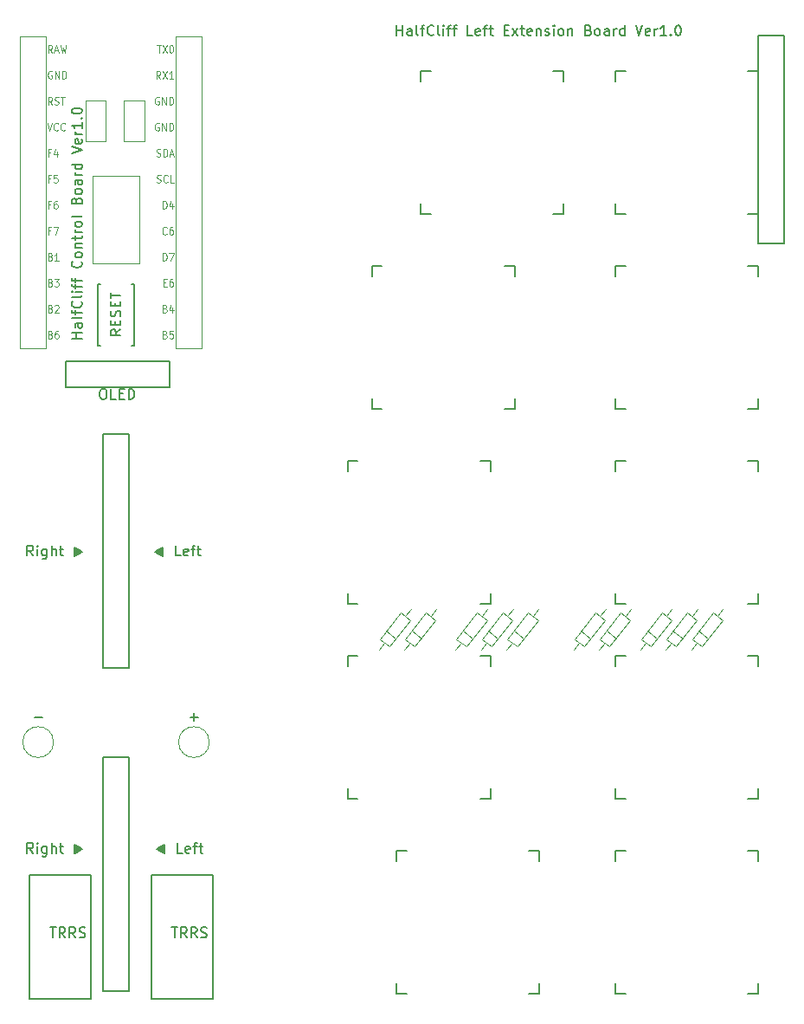
<source format=gto>
G04 #@! TF.GenerationSoftware,KiCad,Pcbnew,(5.1.9)-1*
G04 #@! TF.CreationDate,2021-04-15T23:23:49+09:00*
G04 #@! TF.ProjectId,ProMicro__________,50726f4d-6963-4726-9ffa-7f5fe6e135fa,rev?*
G04 #@! TF.SameCoordinates,Original*
G04 #@! TF.FileFunction,Legend,Top*
G04 #@! TF.FilePolarity,Positive*
%FSLAX46Y46*%
G04 Gerber Fmt 4.6, Leading zero omitted, Abs format (unit mm)*
G04 Created by KiCad (PCBNEW (5.1.9)-1) date 2021-04-15 23:23:49*
%MOMM*%
%LPD*%
G01*
G04 APERTURE LIST*
%ADD10C,0.120000*%
%ADD11C,0.150000*%
%ADD12C,0.125000*%
%ADD13C,1.700000*%
%ADD14C,1.900000*%
%ADD15C,4.000000*%
G04 APERTURE END LIST*
D10*
X19870000Y25095000D02*
G75*
G03*
X19870000Y25095000I-1500000J0D01*
G01*
D11*
X17989047Y27523571D02*
X18750952Y27523571D01*
X18370000Y27142619D02*
X18370000Y27904523D01*
X2749047Y27523571D02*
X3510952Y27523571D01*
D10*
X4630000Y25095000D02*
G75*
G03*
X4630000Y25095000I-1500000J0D01*
G01*
D11*
X2630952Y14247619D02*
X2297619Y14723809D01*
X2059523Y14247619D02*
X2059523Y15247619D01*
X2440476Y15247619D01*
X2535714Y15200000D01*
X2583333Y15152380D01*
X2630952Y15057142D01*
X2630952Y14914285D01*
X2583333Y14819047D01*
X2535714Y14771428D01*
X2440476Y14723809D01*
X2059523Y14723809D01*
X3059523Y14247619D02*
X3059523Y14914285D01*
X3059523Y15247619D02*
X3011904Y15200000D01*
X3059523Y15152380D01*
X3107142Y15200000D01*
X3059523Y15247619D01*
X3059523Y15152380D01*
X3964285Y14914285D02*
X3964285Y14104761D01*
X3916666Y14009523D01*
X3869047Y13961904D01*
X3773809Y13914285D01*
X3630952Y13914285D01*
X3535714Y13961904D01*
X3964285Y14295238D02*
X3869047Y14247619D01*
X3678571Y14247619D01*
X3583333Y14295238D01*
X3535714Y14342857D01*
X3488095Y14438095D01*
X3488095Y14723809D01*
X3535714Y14819047D01*
X3583333Y14866666D01*
X3678571Y14914285D01*
X3869047Y14914285D01*
X3964285Y14866666D01*
X4440476Y14247619D02*
X4440476Y15247619D01*
X4869047Y14247619D02*
X4869047Y14771428D01*
X4821428Y14866666D01*
X4726190Y14914285D01*
X4583333Y14914285D01*
X4488095Y14866666D01*
X4440476Y14819047D01*
X5202380Y14914285D02*
X5583333Y14914285D01*
X5345238Y15247619D02*
X5345238Y14390476D01*
X5392857Y14295238D01*
X5488095Y14247619D01*
X5583333Y14247619D01*
X6726190Y15009523D02*
X6726190Y14247619D01*
X6773809Y14961904D02*
X6773809Y14295238D01*
X6821428Y14961904D02*
X6821428Y14295238D01*
X6869047Y14914285D02*
X6869047Y14342857D01*
X6916666Y14914285D02*
X6916666Y14342857D01*
X6964285Y14866666D02*
X6964285Y14390476D01*
X7011904Y14866666D02*
X7011904Y14390476D01*
X7059523Y14819047D02*
X7059523Y14438095D01*
X7107142Y14771428D02*
X7107142Y14485714D01*
X7154761Y14771428D02*
X7154761Y14485714D01*
X7202380Y14723809D02*
X7202380Y14533333D01*
X7250000Y14723809D02*
X7250000Y14533333D01*
X7297619Y14628571D02*
X7345238Y14628571D01*
X7297619Y14676190D02*
X7297619Y14580952D01*
X6678571Y15009523D02*
X7392857Y14628571D01*
X6678571Y14247619D01*
X7440476Y14628571D02*
X6678571Y14200000D01*
X6678571Y15057142D01*
X7440476Y14628571D01*
X15477619Y14247619D02*
X15477619Y15009523D01*
X15430000Y14295238D02*
X15430000Y14961904D01*
X15382380Y14295238D02*
X15382380Y14961904D01*
X15334761Y14342857D02*
X15334761Y14914285D01*
X15287142Y14342857D02*
X15287142Y14914285D01*
X15239523Y14390476D02*
X15239523Y14866666D01*
X15191904Y14390476D02*
X15191904Y14866666D01*
X15144285Y14438095D02*
X15144285Y14819047D01*
X15096666Y14485714D02*
X15096666Y14771428D01*
X15049047Y14485714D02*
X15049047Y14771428D01*
X15001428Y14533333D02*
X15001428Y14723809D01*
X14953809Y14533333D02*
X14953809Y14723809D01*
X14906190Y14628571D02*
X14858571Y14628571D01*
X14906190Y14580952D02*
X14906190Y14676190D01*
X15525238Y14247619D02*
X14810952Y14628571D01*
X15525238Y15009523D01*
X14763333Y14628571D02*
X15525238Y15057142D01*
X15525238Y14200000D01*
X14763333Y14628571D01*
X17239523Y14247619D02*
X16763333Y14247619D01*
X16763333Y15247619D01*
X17953809Y14295238D02*
X17858571Y14247619D01*
X17668095Y14247619D01*
X17572857Y14295238D01*
X17525238Y14390476D01*
X17525238Y14771428D01*
X17572857Y14866666D01*
X17668095Y14914285D01*
X17858571Y14914285D01*
X17953809Y14866666D01*
X18001428Y14771428D01*
X18001428Y14676190D01*
X17525238Y14580952D01*
X18287142Y14914285D02*
X18668095Y14914285D01*
X18430000Y14247619D02*
X18430000Y15104761D01*
X18477619Y15200000D01*
X18572857Y15247619D01*
X18668095Y15247619D01*
X18858571Y14914285D02*
X19239523Y14914285D01*
X19001428Y15247619D02*
X19001428Y14390476D01*
X19049047Y14295238D01*
X19144285Y14247619D01*
X19239523Y14247619D01*
X15297619Y43307619D02*
X15297619Y44069523D01*
X15250000Y43355238D02*
X15250000Y44021904D01*
X15202380Y43355238D02*
X15202380Y44021904D01*
X15154761Y43402857D02*
X15154761Y43974285D01*
X15107142Y43402857D02*
X15107142Y43974285D01*
X15059523Y43450476D02*
X15059523Y43926666D01*
X15011904Y43450476D02*
X15011904Y43926666D01*
X14964285Y43498095D02*
X14964285Y43879047D01*
X14916666Y43545714D02*
X14916666Y43831428D01*
X14869047Y43545714D02*
X14869047Y43831428D01*
X14821428Y43593333D02*
X14821428Y43783809D01*
X14773809Y43593333D02*
X14773809Y43783809D01*
X14726190Y43688571D02*
X14678571Y43688571D01*
X14726190Y43640952D02*
X14726190Y43736190D01*
X15345238Y43307619D02*
X14630952Y43688571D01*
X15345238Y44069523D01*
X14583333Y43688571D02*
X15345238Y44117142D01*
X15345238Y43260000D01*
X14583333Y43688571D01*
X17059523Y43307619D02*
X16583333Y43307619D01*
X16583333Y44307619D01*
X17773809Y43355238D02*
X17678571Y43307619D01*
X17488095Y43307619D01*
X17392857Y43355238D01*
X17345238Y43450476D01*
X17345238Y43831428D01*
X17392857Y43926666D01*
X17488095Y43974285D01*
X17678571Y43974285D01*
X17773809Y43926666D01*
X17821428Y43831428D01*
X17821428Y43736190D01*
X17345238Y43640952D01*
X18107142Y43974285D02*
X18488095Y43974285D01*
X18250000Y43307619D02*
X18250000Y44164761D01*
X18297619Y44260000D01*
X18392857Y44307619D01*
X18488095Y44307619D01*
X18678571Y43974285D02*
X19059523Y43974285D01*
X18821428Y44307619D02*
X18821428Y43450476D01*
X18869047Y43355238D01*
X18964285Y43307619D01*
X19059523Y43307619D01*
X2630952Y43307619D02*
X2297619Y43783809D01*
X2059523Y43307619D02*
X2059523Y44307619D01*
X2440476Y44307619D01*
X2535714Y44260000D01*
X2583333Y44212380D01*
X2630952Y44117142D01*
X2630952Y43974285D01*
X2583333Y43879047D01*
X2535714Y43831428D01*
X2440476Y43783809D01*
X2059523Y43783809D01*
X3059523Y43307619D02*
X3059523Y43974285D01*
X3059523Y44307619D02*
X3011904Y44260000D01*
X3059523Y44212380D01*
X3107142Y44260000D01*
X3059523Y44307619D01*
X3059523Y44212380D01*
X3964285Y43974285D02*
X3964285Y43164761D01*
X3916666Y43069523D01*
X3869047Y43021904D01*
X3773809Y42974285D01*
X3630952Y42974285D01*
X3535714Y43021904D01*
X3964285Y43355238D02*
X3869047Y43307619D01*
X3678571Y43307619D01*
X3583333Y43355238D01*
X3535714Y43402857D01*
X3488095Y43498095D01*
X3488095Y43783809D01*
X3535714Y43879047D01*
X3583333Y43926666D01*
X3678571Y43974285D01*
X3869047Y43974285D01*
X3964285Y43926666D01*
X4440476Y43307619D02*
X4440476Y44307619D01*
X4869047Y43307619D02*
X4869047Y43831428D01*
X4821428Y43926666D01*
X4726190Y43974285D01*
X4583333Y43974285D01*
X4488095Y43926666D01*
X4440476Y43879047D01*
X5202380Y43974285D02*
X5583333Y43974285D01*
X5345238Y44307619D02*
X5345238Y43450476D01*
X5392857Y43355238D01*
X5488095Y43307619D01*
X5583333Y43307619D01*
X6726190Y44069523D02*
X6726190Y43307619D01*
X6773809Y44021904D02*
X6773809Y43355238D01*
X6821428Y44021904D02*
X6821428Y43355238D01*
X6869047Y43974285D02*
X6869047Y43402857D01*
X6916666Y43974285D02*
X6916666Y43402857D01*
X6964285Y43926666D02*
X6964285Y43450476D01*
X7011904Y43926666D02*
X7011904Y43450476D01*
X7059523Y43879047D02*
X7059523Y43498095D01*
X7107142Y43831428D02*
X7107142Y43545714D01*
X7154761Y43831428D02*
X7154761Y43545714D01*
X7202380Y43783809D02*
X7202380Y43593333D01*
X7250000Y43783809D02*
X7250000Y43593333D01*
X7297619Y43688571D02*
X7345238Y43688571D01*
X7297619Y43736190D02*
X7297619Y43640952D01*
X6678571Y44069523D02*
X7392857Y43688571D01*
X6678571Y43307619D01*
X7440476Y43688571D02*
X6678571Y43260000D01*
X6678571Y44117142D01*
X7440476Y43688571D01*
X7412380Y64551904D02*
X6412380Y64551904D01*
X6888571Y64551904D02*
X6888571Y65123333D01*
X7412380Y65123333D02*
X6412380Y65123333D01*
X7412380Y66028095D02*
X6888571Y66028095D01*
X6793333Y65980476D01*
X6745714Y65885238D01*
X6745714Y65694761D01*
X6793333Y65599523D01*
X7364761Y66028095D02*
X7412380Y65932857D01*
X7412380Y65694761D01*
X7364761Y65599523D01*
X7269523Y65551904D01*
X7174285Y65551904D01*
X7079047Y65599523D01*
X7031428Y65694761D01*
X7031428Y65932857D01*
X6983809Y66028095D01*
X7412380Y66647142D02*
X7364761Y66551904D01*
X7269523Y66504285D01*
X6412380Y66504285D01*
X6745714Y66885238D02*
X6745714Y67266190D01*
X7412380Y67028095D02*
X6555238Y67028095D01*
X6459999Y67075714D01*
X6412380Y67170952D01*
X6412380Y67266190D01*
X7317142Y68170952D02*
X7364761Y68123333D01*
X7412380Y67980476D01*
X7412380Y67885238D01*
X7364761Y67742380D01*
X7269523Y67647142D01*
X7174285Y67599523D01*
X6983809Y67551904D01*
X6840952Y67551904D01*
X6650476Y67599523D01*
X6555238Y67647142D01*
X6460000Y67742380D01*
X6412380Y67885238D01*
X6412380Y67980476D01*
X6460000Y68123333D01*
X6507619Y68170952D01*
X7412380Y68742380D02*
X7364761Y68647142D01*
X7269523Y68599523D01*
X6412380Y68599523D01*
X7412380Y69123333D02*
X6745714Y69123333D01*
X6412380Y69123333D02*
X6460000Y69075714D01*
X6507619Y69123333D01*
X6460000Y69170952D01*
X6412380Y69123333D01*
X6507619Y69123333D01*
X6745714Y69456666D02*
X6745714Y69837619D01*
X7412380Y69599523D02*
X6555238Y69599523D01*
X6460000Y69647142D01*
X6412380Y69742380D01*
X6412380Y69837619D01*
X6745714Y70028095D02*
X6745714Y70409047D01*
X7412380Y70170952D02*
X6555238Y70170952D01*
X6460000Y70218571D01*
X6412380Y70313809D01*
X6412380Y70409047D01*
X7317142Y72075714D02*
X7364761Y72028095D01*
X7412380Y71885238D01*
X7412380Y71790000D01*
X7364761Y71647142D01*
X7269523Y71551904D01*
X7174285Y71504285D01*
X6983809Y71456666D01*
X6840952Y71456666D01*
X6650476Y71504285D01*
X6555238Y71551904D01*
X6460000Y71647142D01*
X6412380Y71790000D01*
X6412380Y71885238D01*
X6460000Y72028095D01*
X6507619Y72075714D01*
X7412380Y72647142D02*
X7364761Y72551904D01*
X7317142Y72504285D01*
X7221904Y72456666D01*
X6936190Y72456666D01*
X6840952Y72504285D01*
X6793333Y72551904D01*
X6745714Y72647142D01*
X6745714Y72790000D01*
X6793333Y72885238D01*
X6840952Y72932857D01*
X6936190Y72980476D01*
X7221904Y72980476D01*
X7317142Y72932857D01*
X7364761Y72885238D01*
X7412380Y72790000D01*
X7412380Y72647142D01*
X6745714Y73409047D02*
X7412380Y73409047D01*
X6840952Y73409047D02*
X6793333Y73456666D01*
X6745714Y73551904D01*
X6745714Y73694761D01*
X6793333Y73790000D01*
X6888571Y73837619D01*
X7412380Y73837619D01*
X6745714Y74170952D02*
X6745714Y74551904D01*
X6412380Y74313809D02*
X7269523Y74313809D01*
X7364761Y74361428D01*
X7412380Y74456666D01*
X7412380Y74551904D01*
X7412380Y74885238D02*
X6745714Y74885238D01*
X6936190Y74885238D02*
X6840952Y74932857D01*
X6793333Y74980476D01*
X6745714Y75075714D01*
X6745714Y75170952D01*
X7412380Y75647142D02*
X7364761Y75551904D01*
X7317142Y75504285D01*
X7221904Y75456666D01*
X6936190Y75456666D01*
X6840952Y75504285D01*
X6793333Y75551904D01*
X6745714Y75647142D01*
X6745714Y75790000D01*
X6793333Y75885238D01*
X6840952Y75932857D01*
X6936190Y75980476D01*
X7221904Y75980476D01*
X7317142Y75932857D01*
X7364761Y75885238D01*
X7412380Y75790000D01*
X7412380Y75647142D01*
X7412380Y76551904D02*
X7364761Y76456666D01*
X7269523Y76409047D01*
X6412380Y76409047D01*
X6888571Y78028095D02*
X6936190Y78170952D01*
X6983809Y78218571D01*
X7079047Y78266190D01*
X7221904Y78266190D01*
X7317142Y78218571D01*
X7364761Y78170952D01*
X7412380Y78075714D01*
X7412380Y77694761D01*
X6412380Y77694761D01*
X6412380Y78028095D01*
X6460000Y78123333D01*
X6507619Y78170952D01*
X6602857Y78218571D01*
X6698095Y78218571D01*
X6793333Y78170952D01*
X6840952Y78123333D01*
X6888571Y78028095D01*
X6888571Y77694761D01*
X7412380Y78837619D02*
X7364761Y78742380D01*
X7317142Y78694761D01*
X7221904Y78647142D01*
X6936190Y78647142D01*
X6840952Y78694761D01*
X6793333Y78742380D01*
X6745714Y78837619D01*
X6745714Y78980476D01*
X6793333Y79075714D01*
X6840952Y79123333D01*
X6936190Y79170952D01*
X7221904Y79170952D01*
X7317142Y79123333D01*
X7364761Y79075714D01*
X7412380Y78980476D01*
X7412380Y78837619D01*
X7412380Y80028095D02*
X6888571Y80028095D01*
X6793333Y79980476D01*
X6745714Y79885238D01*
X6745714Y79694761D01*
X6793333Y79599523D01*
X7364761Y80028095D02*
X7412380Y79932857D01*
X7412380Y79694761D01*
X7364761Y79599523D01*
X7269523Y79551904D01*
X7174285Y79551904D01*
X7079047Y79599523D01*
X7031428Y79694761D01*
X7031428Y79932857D01*
X6983809Y80028095D01*
X7412380Y80504285D02*
X6745714Y80504285D01*
X6936190Y80504285D02*
X6840952Y80551904D01*
X6793333Y80599523D01*
X6745714Y80694761D01*
X6745714Y80790000D01*
X7412380Y81551904D02*
X6412380Y81551904D01*
X7364761Y81551904D02*
X7412380Y81456666D01*
X7412380Y81266190D01*
X7364761Y81170952D01*
X7317142Y81123333D01*
X7221904Y81075714D01*
X6936190Y81075714D01*
X6840952Y81123333D01*
X6793333Y81170952D01*
X6745714Y81266190D01*
X6745714Y81456666D01*
X6793333Y81551904D01*
X6412380Y82647142D02*
X7412380Y82980476D01*
X6412380Y83313809D01*
X7364761Y84028095D02*
X7412380Y83932857D01*
X7412380Y83742380D01*
X7364761Y83647142D01*
X7269523Y83599523D01*
X6888571Y83599523D01*
X6793333Y83647142D01*
X6745714Y83742380D01*
X6745714Y83932857D01*
X6793333Y84028095D01*
X6888571Y84075714D01*
X6983809Y84075714D01*
X7079047Y83599523D01*
X7412380Y84504285D02*
X6745714Y84504285D01*
X6936190Y84504285D02*
X6840952Y84551904D01*
X6793333Y84599523D01*
X6745714Y84694761D01*
X6745714Y84790000D01*
X7412380Y85647142D02*
X7412380Y85075714D01*
X7412380Y85361428D02*
X6412380Y85361428D01*
X6555238Y85266190D01*
X6650476Y85170952D01*
X6698095Y85075714D01*
X7317142Y86075714D02*
X7364761Y86123333D01*
X7412380Y86075714D01*
X7364761Y86028095D01*
X7317142Y86075714D01*
X7412380Y86075714D01*
X6412380Y86742380D02*
X6412380Y86837619D01*
X6460000Y86932857D01*
X6507619Y86980476D01*
X6602857Y87028095D01*
X6793333Y87075714D01*
X7031428Y87075714D01*
X7221904Y87028095D01*
X7317142Y86980476D01*
X7364761Y86932857D01*
X7412380Y86837619D01*
X7412380Y86742380D01*
X7364761Y86647142D01*
X7317142Y86599523D01*
X7221904Y86551904D01*
X7031428Y86504285D01*
X6793333Y86504285D01*
X6602857Y86551904D01*
X6507619Y86599523D01*
X6460000Y86647142D01*
X6412380Y86742380D01*
X38206547Y94147619D02*
X38206547Y95147619D01*
X38206547Y94671428D02*
X38777976Y94671428D01*
X38777976Y94147619D02*
X38777976Y95147619D01*
X39682738Y94147619D02*
X39682738Y94671428D01*
X39635119Y94766666D01*
X39539880Y94814285D01*
X39349404Y94814285D01*
X39254166Y94766666D01*
X39682738Y94195238D02*
X39587500Y94147619D01*
X39349404Y94147619D01*
X39254166Y94195238D01*
X39206547Y94290476D01*
X39206547Y94385714D01*
X39254166Y94480952D01*
X39349404Y94528571D01*
X39587500Y94528571D01*
X39682738Y94576190D01*
X40301785Y94147619D02*
X40206547Y94195238D01*
X40158928Y94290476D01*
X40158928Y95147619D01*
X40539880Y94814285D02*
X40920833Y94814285D01*
X40682738Y94147619D02*
X40682738Y95004761D01*
X40730357Y95100000D01*
X40825595Y95147619D01*
X40920833Y95147619D01*
X41825595Y94242857D02*
X41777976Y94195238D01*
X41635119Y94147619D01*
X41539880Y94147619D01*
X41397023Y94195238D01*
X41301785Y94290476D01*
X41254166Y94385714D01*
X41206547Y94576190D01*
X41206547Y94719047D01*
X41254166Y94909523D01*
X41301785Y95004761D01*
X41397023Y95100000D01*
X41539880Y95147619D01*
X41635119Y95147619D01*
X41777976Y95100000D01*
X41825595Y95052380D01*
X42397023Y94147619D02*
X42301785Y94195238D01*
X42254166Y94290476D01*
X42254166Y95147619D01*
X42777976Y94147619D02*
X42777976Y94814285D01*
X42777976Y95147619D02*
X42730357Y95100000D01*
X42777976Y95052380D01*
X42825595Y95100000D01*
X42777976Y95147619D01*
X42777976Y95052380D01*
X43111309Y94814285D02*
X43492261Y94814285D01*
X43254166Y94147619D02*
X43254166Y95004761D01*
X43301785Y95100000D01*
X43397023Y95147619D01*
X43492261Y95147619D01*
X43682738Y94814285D02*
X44063690Y94814285D01*
X43825595Y94147619D02*
X43825595Y95004761D01*
X43873214Y95100000D01*
X43968452Y95147619D01*
X44063690Y95147619D01*
X45635119Y94147619D02*
X45158928Y94147619D01*
X45158928Y95147619D01*
X46349404Y94195238D02*
X46254166Y94147619D01*
X46063690Y94147619D01*
X45968452Y94195238D01*
X45920833Y94290476D01*
X45920833Y94671428D01*
X45968452Y94766666D01*
X46063690Y94814285D01*
X46254166Y94814285D01*
X46349404Y94766666D01*
X46397023Y94671428D01*
X46397023Y94576190D01*
X45920833Y94480952D01*
X46682738Y94814285D02*
X47063690Y94814285D01*
X46825595Y94147619D02*
X46825595Y95004761D01*
X46873214Y95100000D01*
X46968452Y95147619D01*
X47063690Y95147619D01*
X47254166Y94814285D02*
X47635119Y94814285D01*
X47397023Y95147619D02*
X47397023Y94290476D01*
X47444642Y94195238D01*
X47539880Y94147619D01*
X47635119Y94147619D01*
X48730357Y94671428D02*
X49063690Y94671428D01*
X49206547Y94147619D02*
X48730357Y94147619D01*
X48730357Y95147619D01*
X49206547Y95147619D01*
X49539880Y94147619D02*
X50063690Y94814285D01*
X49539880Y94814285D02*
X50063690Y94147619D01*
X50301785Y94814285D02*
X50682738Y94814285D01*
X50444642Y95147619D02*
X50444642Y94290476D01*
X50492261Y94195238D01*
X50587500Y94147619D01*
X50682738Y94147619D01*
X51397023Y94195238D02*
X51301785Y94147619D01*
X51111309Y94147619D01*
X51016071Y94195238D01*
X50968452Y94290476D01*
X50968452Y94671428D01*
X51016071Y94766666D01*
X51111309Y94814285D01*
X51301785Y94814285D01*
X51397023Y94766666D01*
X51444642Y94671428D01*
X51444642Y94576190D01*
X50968452Y94480952D01*
X51873214Y94814285D02*
X51873214Y94147619D01*
X51873214Y94719047D02*
X51920833Y94766666D01*
X52016071Y94814285D01*
X52158928Y94814285D01*
X52254166Y94766666D01*
X52301785Y94671428D01*
X52301785Y94147619D01*
X52730357Y94195238D02*
X52825595Y94147619D01*
X53016071Y94147619D01*
X53111309Y94195238D01*
X53158928Y94290476D01*
X53158928Y94338095D01*
X53111309Y94433333D01*
X53016071Y94480952D01*
X52873214Y94480952D01*
X52777976Y94528571D01*
X52730357Y94623809D01*
X52730357Y94671428D01*
X52777976Y94766666D01*
X52873214Y94814285D01*
X53016071Y94814285D01*
X53111309Y94766666D01*
X53587500Y94147619D02*
X53587500Y94814285D01*
X53587500Y95147619D02*
X53539880Y95100000D01*
X53587500Y95052380D01*
X53635119Y95100000D01*
X53587500Y95147619D01*
X53587500Y95052380D01*
X54206547Y94147619D02*
X54111309Y94195238D01*
X54063690Y94242857D01*
X54016071Y94338095D01*
X54016071Y94623809D01*
X54063690Y94719047D01*
X54111309Y94766666D01*
X54206547Y94814285D01*
X54349404Y94814285D01*
X54444642Y94766666D01*
X54492261Y94719047D01*
X54539880Y94623809D01*
X54539880Y94338095D01*
X54492261Y94242857D01*
X54444642Y94195238D01*
X54349404Y94147619D01*
X54206547Y94147619D01*
X54968452Y94814285D02*
X54968452Y94147619D01*
X54968452Y94719047D02*
X55016071Y94766666D01*
X55111309Y94814285D01*
X55254166Y94814285D01*
X55349404Y94766666D01*
X55397023Y94671428D01*
X55397023Y94147619D01*
X56968452Y94671428D02*
X57111309Y94623809D01*
X57158928Y94576190D01*
X57206547Y94480952D01*
X57206547Y94338095D01*
X57158928Y94242857D01*
X57111309Y94195238D01*
X57016071Y94147619D01*
X56635119Y94147619D01*
X56635119Y95147619D01*
X56968452Y95147619D01*
X57063690Y95100000D01*
X57111309Y95052380D01*
X57158928Y94957142D01*
X57158928Y94861904D01*
X57111309Y94766666D01*
X57063690Y94719047D01*
X56968452Y94671428D01*
X56635119Y94671428D01*
X57777976Y94147619D02*
X57682738Y94195238D01*
X57635119Y94242857D01*
X57587499Y94338095D01*
X57587499Y94623809D01*
X57635119Y94719047D01*
X57682738Y94766666D01*
X57777976Y94814285D01*
X57920833Y94814285D01*
X58016071Y94766666D01*
X58063690Y94719047D01*
X58111309Y94623809D01*
X58111309Y94338095D01*
X58063690Y94242857D01*
X58016071Y94195238D01*
X57920833Y94147619D01*
X57777976Y94147619D01*
X58968452Y94147619D02*
X58968452Y94671428D01*
X58920833Y94766666D01*
X58825595Y94814285D01*
X58635119Y94814285D01*
X58539880Y94766666D01*
X58968452Y94195238D02*
X58873214Y94147619D01*
X58635119Y94147619D01*
X58539880Y94195238D01*
X58492261Y94290476D01*
X58492261Y94385714D01*
X58539880Y94480952D01*
X58635119Y94528571D01*
X58873214Y94528571D01*
X58968452Y94576190D01*
X59444642Y94147619D02*
X59444642Y94814285D01*
X59444642Y94623809D02*
X59492261Y94719047D01*
X59539880Y94766666D01*
X59635119Y94814285D01*
X59730357Y94814285D01*
X60492261Y94147619D02*
X60492261Y95147619D01*
X60492261Y94195238D02*
X60397023Y94147619D01*
X60206547Y94147619D01*
X60111309Y94195238D01*
X60063690Y94242857D01*
X60016071Y94338095D01*
X60016071Y94623809D01*
X60063690Y94719047D01*
X60111309Y94766666D01*
X60206547Y94814285D01*
X60397023Y94814285D01*
X60492261Y94766666D01*
X61587499Y95147619D02*
X61920833Y94147619D01*
X62254166Y95147619D01*
X62968452Y94195238D02*
X62873214Y94147619D01*
X62682738Y94147619D01*
X62587499Y94195238D01*
X62539880Y94290476D01*
X62539880Y94671428D01*
X62587499Y94766666D01*
X62682738Y94814285D01*
X62873214Y94814285D01*
X62968452Y94766666D01*
X63016071Y94671428D01*
X63016071Y94576190D01*
X62539880Y94480952D01*
X63444642Y94147619D02*
X63444642Y94814285D01*
X63444642Y94623809D02*
X63492261Y94719047D01*
X63539880Y94766666D01*
X63635119Y94814285D01*
X63730357Y94814285D01*
X64587499Y94147619D02*
X64016071Y94147619D01*
X64301785Y94147619D02*
X64301785Y95147619D01*
X64206547Y95004761D01*
X64111309Y94909523D01*
X64016071Y94861904D01*
X65016071Y94242857D02*
X65063690Y94195238D01*
X65016071Y94147619D01*
X64968452Y94195238D01*
X65016071Y94242857D01*
X65016071Y94147619D01*
X65682738Y95147619D02*
X65777976Y95147619D01*
X65873214Y95100000D01*
X65920833Y95052380D01*
X65968452Y94957142D01*
X66016071Y94766666D01*
X66016071Y94528571D01*
X65968452Y94338095D01*
X65920833Y94242857D01*
X65873214Y94195238D01*
X65777976Y94147619D01*
X65682738Y94147619D01*
X65587499Y94195238D01*
X65539880Y94242857D01*
X65492261Y94338095D01*
X65444642Y94528571D01*
X65444642Y94766666D01*
X65492261Y94957142D01*
X65539880Y95052380D01*
X65587499Y95100000D01*
X65682738Y95147619D01*
D10*
X13020000Y80400000D02*
X13020000Y71860000D01*
X8480000Y71860000D02*
X8490000Y80400000D01*
X13020000Y71860000D02*
X8480000Y71860000D01*
X8480000Y80400000D02*
X13020000Y80400000D01*
D11*
X9480000Y23590000D02*
X12020000Y23590000D01*
X12020000Y23590000D02*
X12020000Y730000D01*
X12020000Y730000D02*
X9480000Y730000D01*
X9480000Y730000D02*
X9480000Y23590000D01*
X9480000Y32330000D02*
X9480000Y55190000D01*
X12020000Y32330000D02*
X9480000Y32330000D01*
X12020000Y55190000D02*
X12020000Y32330000D01*
X9480000Y55190000D02*
X12020000Y55190000D01*
D10*
X2600000Y94073000D02*
X3870000Y94073000D01*
X3870000Y94073000D02*
X3870000Y63593000D01*
X3870000Y63593000D02*
X1330000Y63593000D01*
X1330000Y63593000D02*
X1330000Y94073000D01*
X1330000Y94073000D02*
X3870000Y94073000D01*
X16570000Y94073000D02*
X19110000Y94073000D01*
X16570000Y94073000D02*
X16570000Y63593000D01*
X16570000Y63593000D02*
X19110000Y63593000D01*
X19110000Y63593000D02*
X19110000Y94073000D01*
D11*
X20200000Y0D02*
X14200000Y0D01*
X14200000Y0D02*
X14200000Y12100000D01*
X14200000Y12100000D02*
X20200000Y12100000D01*
X20200000Y12100000D02*
X20200000Y0D01*
X8310000Y0D02*
X2310000Y0D01*
X2310000Y0D02*
X2310000Y12100000D01*
X2310000Y12100000D02*
X8310000Y12100000D01*
X8310000Y12100000D02*
X8310000Y0D01*
X5790000Y59800000D02*
X5790000Y62340000D01*
X15950000Y62340000D02*
X15950000Y59800000D01*
X5790000Y62340000D02*
X15950000Y62340000D01*
X5790000Y59800000D02*
X15950000Y59800000D01*
D10*
X11500000Y85810000D02*
X11500000Y87810000D01*
X11500000Y83810000D02*
X11500000Y85810000D01*
X13500000Y83810000D02*
X11500000Y83810000D01*
X13500000Y87810000D02*
X13500000Y83810000D01*
X11500000Y87810000D02*
X13500000Y87810000D01*
X7750000Y87810000D02*
X9750000Y87810000D01*
X9750000Y87810000D02*
X9750000Y83810000D01*
X9750000Y83810000D02*
X7750000Y83810000D01*
X7750000Y83810000D02*
X7750000Y85810000D01*
X7750000Y85810000D02*
X7750000Y87810000D01*
D11*
X9000000Y69860000D02*
X9250000Y69860000D01*
X9000000Y63860000D02*
X9000000Y69860000D01*
X9000000Y63860000D02*
X9250000Y63860000D01*
X12500000Y63860000D02*
X12250000Y63860000D01*
X12500000Y69860000D02*
X12250000Y69860000D01*
X12500000Y63860000D02*
X12500000Y69860000D01*
X33393750Y32550000D02*
X33393750Y33550000D01*
X33393750Y33550000D02*
X34393750Y33550000D01*
X46393750Y19550000D02*
X47393750Y19550000D01*
X47393750Y19550000D02*
X47393750Y20550000D01*
X47393750Y32550000D02*
X47393750Y33550000D01*
X47393750Y33550000D02*
X46393750Y33550000D01*
X33393750Y20550000D02*
X33393750Y19550000D01*
X34393750Y19550000D02*
X33393750Y19550000D01*
X60587500Y19550000D02*
X59587500Y19550000D01*
X59587500Y20550000D02*
X59587500Y19550000D01*
X73587500Y33550000D02*
X72587500Y33550000D01*
X73587500Y32550000D02*
X73587500Y33550000D01*
X73587500Y19550000D02*
X73587500Y20550000D01*
X72587500Y19550000D02*
X73587500Y19550000D01*
X59587500Y33550000D02*
X60587500Y33550000D01*
X59587500Y32550000D02*
X59587500Y33550000D01*
X60587500Y57650000D02*
X59587500Y57650000D01*
X59587500Y58650000D02*
X59587500Y57650000D01*
X73587500Y71650000D02*
X72587500Y71650000D01*
X73587500Y70650000D02*
X73587500Y71650000D01*
X73587500Y57650000D02*
X73587500Y58650000D01*
X72587500Y57650000D02*
X73587500Y57650000D01*
X59587500Y71650000D02*
X60587500Y71650000D01*
X59587500Y70650000D02*
X59587500Y71650000D01*
X60587500Y76700000D02*
X59587500Y76700000D01*
X59587500Y77700000D02*
X59587500Y76700000D01*
X73587500Y90700000D02*
X72587500Y90700000D01*
X73587500Y89700000D02*
X73587500Y90700000D01*
X73587500Y76700000D02*
X73587500Y77700000D01*
X72587500Y76700000D02*
X73587500Y76700000D01*
X59587500Y90700000D02*
X60587500Y90700000D01*
X59587500Y89700000D02*
X59587500Y90700000D01*
X40537500Y89700000D02*
X40537500Y90700000D01*
X40537500Y90700000D02*
X41537500Y90700000D01*
X53537500Y76700000D02*
X54537500Y76700000D01*
X54537500Y76700000D02*
X54537500Y77700000D01*
X54537500Y89700000D02*
X54537500Y90700000D01*
X54537500Y90700000D02*
X53537500Y90700000D01*
X40537500Y77700000D02*
X40537500Y76700000D01*
X41537500Y76700000D02*
X40537500Y76700000D01*
X36775000Y57650000D02*
X35775000Y57650000D01*
X35775000Y58650000D02*
X35775000Y57650000D01*
X49775000Y71650000D02*
X48775000Y71650000D01*
X49775000Y70650000D02*
X49775000Y71650000D01*
X49775000Y57650000D02*
X49775000Y58650000D01*
X48775000Y57650000D02*
X49775000Y57650000D01*
X35775000Y71650000D02*
X36775000Y71650000D01*
X35775000Y70650000D02*
X35775000Y71650000D01*
X33393750Y51600000D02*
X33393750Y52600000D01*
X33393750Y52600000D02*
X34393750Y52600000D01*
X46393750Y38600000D02*
X47393750Y38600000D01*
X47393750Y38600000D02*
X47393750Y39600000D01*
X47393750Y51600000D02*
X47393750Y52600000D01*
X47393750Y52600000D02*
X46393750Y52600000D01*
X33393750Y39600000D02*
X33393750Y38600000D01*
X34393750Y38600000D02*
X33393750Y38600000D01*
X38156250Y13500000D02*
X38156250Y14500000D01*
X38156250Y14500000D02*
X39156250Y14500000D01*
X51156250Y500000D02*
X52156250Y500000D01*
X52156250Y500000D02*
X52156250Y1500000D01*
X52156250Y13500000D02*
X52156250Y14500000D01*
X52156250Y14500000D02*
X51156250Y14500000D01*
X38156250Y1500000D02*
X38156250Y500000D01*
X39156250Y500000D02*
X38156250Y500000D01*
X73547500Y94170000D02*
X76087500Y94170000D01*
X76087500Y94170000D02*
X76087500Y73850000D01*
X76087500Y73850000D02*
X73547500Y73850000D01*
X73547500Y73850000D02*
X73547500Y94170000D01*
X60587500Y38600000D02*
X59587500Y38600000D01*
X59587500Y39600000D02*
X59587500Y38600000D01*
X73587500Y52600000D02*
X72587500Y52600000D01*
X73587500Y51600000D02*
X73587500Y52600000D01*
X73587500Y38600000D02*
X73587500Y39600000D01*
X72587500Y38600000D02*
X73587500Y38600000D01*
X59587500Y52600000D02*
X60587500Y52600000D01*
X59587500Y51600000D02*
X59587500Y52600000D01*
X59587500Y13500000D02*
X59587500Y14500000D01*
X59587500Y14500000D02*
X60587500Y14500000D01*
X72587500Y500000D02*
X73587500Y500000D01*
X73587500Y500000D02*
X73587500Y1500000D01*
X73587500Y13500000D02*
X73587500Y14500000D01*
X73587500Y14500000D02*
X72587500Y14500000D01*
X59587500Y1500000D02*
X59587500Y500000D01*
X60587500Y500000D02*
X59587500Y500000D01*
D10*
X67714514Y35957190D02*
X68660126Y35218396D01*
X69130535Y37769615D02*
X67098852Y35169179D01*
X70076148Y37030821D02*
X69130535Y37769615D01*
X70076148Y37030821D02*
X68044465Y34430385D01*
X70126654Y38070027D02*
X69603341Y37400218D01*
X67098852Y35169179D02*
X68044465Y34430385D01*
X67571659Y34799782D02*
X67017563Y34090573D01*
X65071659Y34799782D02*
X64517563Y34090573D01*
X64598852Y35169179D02*
X65544465Y34430385D01*
X67626654Y38070027D02*
X67103341Y37400218D01*
X67576148Y37030821D02*
X65544465Y34430385D01*
X67576148Y37030821D02*
X66630535Y37769615D01*
X66630535Y37769615D02*
X64598852Y35169179D01*
X65214514Y35957190D02*
X66160126Y35218396D01*
X62714514Y35957190D02*
X63660126Y35218396D01*
X64130535Y37769615D02*
X62098852Y35169179D01*
X65076148Y37030821D02*
X64130535Y37769615D01*
X65076148Y37030821D02*
X63044465Y34430385D01*
X65126654Y38070027D02*
X64603341Y37400218D01*
X62098852Y35169179D02*
X63044465Y34430385D01*
X62571659Y34799782D02*
X62017563Y34090573D01*
X58571659Y34799782D02*
X58017563Y34090573D01*
X58098852Y35169179D02*
X59044465Y34430385D01*
X61126654Y38070027D02*
X60603341Y37400218D01*
X61076148Y37030821D02*
X59044465Y34430385D01*
X61076148Y37030821D02*
X60130535Y37769615D01*
X60130535Y37769615D02*
X58098852Y35169179D01*
X58714514Y35957190D02*
X59660126Y35218396D01*
X56071659Y34799782D02*
X55517563Y34090573D01*
X55598852Y35169179D02*
X56544465Y34430385D01*
X58626654Y38070027D02*
X58103341Y37400218D01*
X58576148Y37030821D02*
X56544465Y34430385D01*
X58576148Y37030821D02*
X57630535Y37769615D01*
X57630535Y37769615D02*
X55598852Y35169179D01*
X56214514Y35957190D02*
X57160126Y35218396D01*
X49521659Y34799782D02*
X48967563Y34090573D01*
X49048852Y35169179D02*
X49994465Y34430385D01*
X52076654Y38070027D02*
X51553341Y37400218D01*
X52026148Y37030821D02*
X49994465Y34430385D01*
X52026148Y37030821D02*
X51080535Y37769615D01*
X51080535Y37769615D02*
X49048852Y35169179D01*
X49664514Y35957190D02*
X50610126Y35218396D01*
X47164514Y35957190D02*
X48110126Y35218396D01*
X48580535Y37769615D02*
X46548852Y35169179D01*
X49526148Y37030821D02*
X48580535Y37769615D01*
X49526148Y37030821D02*
X47494465Y34430385D01*
X49576654Y38070027D02*
X49053341Y37400218D01*
X46548852Y35169179D02*
X47494465Y34430385D01*
X47021659Y34799782D02*
X46467563Y34090573D01*
X44664514Y35957190D02*
X45610126Y35218396D01*
X46080535Y37769615D02*
X44048852Y35169179D01*
X47026148Y37030821D02*
X46080535Y37769615D01*
X47026148Y37030821D02*
X44994465Y34430385D01*
X47076654Y38070027D02*
X46553341Y37400218D01*
X44048852Y35169179D02*
X44994465Y34430385D01*
X44521659Y34799782D02*
X43967563Y34090573D01*
X39521659Y34799782D02*
X38967563Y34090573D01*
X39048852Y35169179D02*
X39994465Y34430385D01*
X42076654Y38070027D02*
X41553341Y37400218D01*
X42026148Y37030821D02*
X39994465Y34430385D01*
X42026148Y37030821D02*
X41080535Y37769615D01*
X41080535Y37769615D02*
X39048852Y35169179D01*
X39664514Y35957190D02*
X40610126Y35218396D01*
X37164514Y35957190D02*
X38110126Y35218396D01*
X38580535Y37769615D02*
X36548852Y35169179D01*
X39526148Y37030821D02*
X38580535Y37769615D01*
X39526148Y37030821D02*
X37494465Y34430385D01*
X39576654Y38070027D02*
X39053341Y37400218D01*
X36548852Y35169179D02*
X37494465Y34430385D01*
X37021659Y34799782D02*
X36467563Y34090573D01*
D12*
X4461726Y90638000D02*
X4397916Y90673714D01*
X4302202Y90673714D01*
X4206488Y90638000D01*
X4142678Y90566571D01*
X4110773Y90495142D01*
X4078869Y90352285D01*
X4078869Y90245142D01*
X4110773Y90102285D01*
X4142678Y90030857D01*
X4206488Y89959428D01*
X4302202Y89923714D01*
X4366011Y89923714D01*
X4461726Y89959428D01*
X4493630Y89995142D01*
X4493630Y90245142D01*
X4366011Y90245142D01*
X4780773Y89923714D02*
X4780773Y90673714D01*
X5163630Y89923714D01*
X5163630Y90673714D01*
X5482678Y89923714D02*
X5482678Y90673714D01*
X5642202Y90673714D01*
X5737916Y90638000D01*
X5801726Y90566571D01*
X5833630Y90495142D01*
X5865535Y90352285D01*
X5865535Y90245142D01*
X5833630Y90102285D01*
X5801726Y90030857D01*
X5737916Y89959428D01*
X5642202Y89923714D01*
X5482678Y89923714D01*
D11*
D12*
X4493630Y92463714D02*
X4270297Y92820857D01*
X4110773Y92463714D02*
X4110773Y93213714D01*
X4366011Y93213714D01*
X4429821Y93178000D01*
X4461726Y93142285D01*
X4493630Y93070857D01*
X4493630Y92963714D01*
X4461726Y92892285D01*
X4429821Y92856571D01*
X4366011Y92820857D01*
X4110773Y92820857D01*
X4748869Y92678000D02*
X5067916Y92678000D01*
X4685059Y92463714D02*
X4908392Y93213714D01*
X5131726Y92463714D01*
X5291250Y93213714D02*
X5450773Y92463714D01*
X5578392Y92999428D01*
X5706011Y92463714D01*
X5865535Y93213714D01*
X4493630Y87383714D02*
X4270297Y87740857D01*
X4110773Y87383714D02*
X4110773Y88133714D01*
X4366011Y88133714D01*
X4429821Y88098000D01*
X4461726Y88062285D01*
X4493630Y87990857D01*
X4493630Y87883714D01*
X4461726Y87812285D01*
X4429821Y87776571D01*
X4366011Y87740857D01*
X4110773Y87740857D01*
X4748869Y87419428D02*
X4844583Y87383714D01*
X5004107Y87383714D01*
X5067916Y87419428D01*
X5099821Y87455142D01*
X5131726Y87526571D01*
X5131726Y87598000D01*
X5099821Y87669428D01*
X5067916Y87705142D01*
X5004107Y87740857D01*
X4876488Y87776571D01*
X4812678Y87812285D01*
X4780773Y87848000D01*
X4748869Y87919428D01*
X4748869Y87990857D01*
X4780773Y88062285D01*
X4812678Y88098000D01*
X4876488Y88133714D01*
X5036011Y88133714D01*
X5131726Y88098000D01*
X5323154Y88133714D02*
X5706011Y88133714D01*
X5514583Y87383714D02*
X5514583Y88133714D01*
X4015059Y85593714D02*
X4238392Y84843714D01*
X4461726Y85593714D01*
X5067916Y84915142D02*
X5036011Y84879428D01*
X4940297Y84843714D01*
X4876488Y84843714D01*
X4780773Y84879428D01*
X4716964Y84950857D01*
X4685059Y85022285D01*
X4653154Y85165142D01*
X4653154Y85272285D01*
X4685059Y85415142D01*
X4716964Y85486571D01*
X4780773Y85558000D01*
X4876488Y85593714D01*
X4940297Y85593714D01*
X5036011Y85558000D01*
X5067916Y85522285D01*
X5737916Y84915142D02*
X5706011Y84879428D01*
X5610297Y84843714D01*
X5546488Y84843714D01*
X5450773Y84879428D01*
X5386964Y84950857D01*
X5355059Y85022285D01*
X5323154Y85165142D01*
X5323154Y85272285D01*
X5355059Y85415142D01*
X5386964Y85486571D01*
X5450773Y85558000D01*
X5546488Y85593714D01*
X5610297Y85593714D01*
X5706011Y85558000D01*
X5737916Y85522285D01*
X4334107Y82696571D02*
X4110773Y82696571D01*
X4110773Y82303714D02*
X4110773Y83053714D01*
X4429821Y83053714D01*
X4972202Y82803714D02*
X4972202Y82303714D01*
X4812678Y83089428D02*
X4653154Y82553714D01*
X5067916Y82553714D01*
X4334107Y80156571D02*
X4110773Y80156571D01*
X4110773Y79763714D02*
X4110773Y80513714D01*
X4429821Y80513714D01*
X5004107Y80513714D02*
X4685059Y80513714D01*
X4653154Y80156571D01*
X4685059Y80192285D01*
X4748869Y80228000D01*
X4908392Y80228000D01*
X4972202Y80192285D01*
X5004107Y80156571D01*
X5036011Y80085142D01*
X5036011Y79906571D01*
X5004107Y79835142D01*
X4972202Y79799428D01*
X4908392Y79763714D01*
X4748869Y79763714D01*
X4685059Y79799428D01*
X4653154Y79835142D01*
X4334107Y77616571D02*
X4110773Y77616571D01*
X4110773Y77223714D02*
X4110773Y77973714D01*
X4429821Y77973714D01*
X4972202Y77973714D02*
X4844583Y77973714D01*
X4780773Y77938000D01*
X4748869Y77902285D01*
X4685059Y77795142D01*
X4653154Y77652285D01*
X4653154Y77366571D01*
X4685059Y77295142D01*
X4716964Y77259428D01*
X4780773Y77223714D01*
X4908392Y77223714D01*
X4972202Y77259428D01*
X5004107Y77295142D01*
X5036011Y77366571D01*
X5036011Y77545142D01*
X5004107Y77616571D01*
X4972202Y77652285D01*
X4908392Y77688000D01*
X4780773Y77688000D01*
X4716964Y77652285D01*
X4685059Y77616571D01*
X4653154Y77545142D01*
X4334107Y75076571D02*
X4110773Y75076571D01*
X4110773Y74683714D02*
X4110773Y75433714D01*
X4429821Y75433714D01*
X4621250Y75433714D02*
X5067916Y75433714D01*
X4780773Y74683714D01*
X4334107Y72536571D02*
X4429821Y72500857D01*
X4461726Y72465142D01*
X4493630Y72393714D01*
X4493630Y72286571D01*
X4461726Y72215142D01*
X4429821Y72179428D01*
X4366011Y72143714D01*
X4110773Y72143714D01*
X4110773Y72893714D01*
X4334107Y72893714D01*
X4397916Y72858000D01*
X4429821Y72822285D01*
X4461726Y72750857D01*
X4461726Y72679428D01*
X4429821Y72608000D01*
X4397916Y72572285D01*
X4334107Y72536571D01*
X4110773Y72536571D01*
X5131726Y72143714D02*
X4748869Y72143714D01*
X4940297Y72143714D02*
X4940297Y72893714D01*
X4876488Y72786571D01*
X4812678Y72715142D01*
X4748869Y72679428D01*
X4334107Y69996571D02*
X4429821Y69960857D01*
X4461726Y69925142D01*
X4493630Y69853714D01*
X4493630Y69746571D01*
X4461726Y69675142D01*
X4429821Y69639428D01*
X4366011Y69603714D01*
X4110773Y69603714D01*
X4110773Y70353714D01*
X4334107Y70353714D01*
X4397916Y70318000D01*
X4429821Y70282285D01*
X4461726Y70210857D01*
X4461726Y70139428D01*
X4429821Y70068000D01*
X4397916Y70032285D01*
X4334107Y69996571D01*
X4110773Y69996571D01*
X4716964Y70353714D02*
X5131726Y70353714D01*
X4908392Y70068000D01*
X5004107Y70068000D01*
X5067916Y70032285D01*
X5099821Y69996571D01*
X5131726Y69925142D01*
X5131726Y69746571D01*
X5099821Y69675142D01*
X5067916Y69639428D01*
X5004107Y69603714D01*
X4812678Y69603714D01*
X4748869Y69639428D01*
X4716964Y69675142D01*
X4334107Y64916571D02*
X4429821Y64880857D01*
X4461726Y64845142D01*
X4493630Y64773714D01*
X4493630Y64666571D01*
X4461726Y64595142D01*
X4429821Y64559428D01*
X4366011Y64523714D01*
X4110773Y64523714D01*
X4110773Y65273714D01*
X4334107Y65273714D01*
X4397916Y65238000D01*
X4429821Y65202285D01*
X4461726Y65130857D01*
X4461726Y65059428D01*
X4429821Y64988000D01*
X4397916Y64952285D01*
X4334107Y64916571D01*
X4110773Y64916571D01*
X5067916Y65273714D02*
X4940297Y65273714D01*
X4876488Y65238000D01*
X4844583Y65202285D01*
X4780773Y65095142D01*
X4748869Y64952285D01*
X4748869Y64666571D01*
X4780773Y64595142D01*
X4812678Y64559428D01*
X4876488Y64523714D01*
X5004107Y64523714D01*
X5067916Y64559428D01*
X5099821Y64595142D01*
X5131726Y64666571D01*
X5131726Y64845142D01*
X5099821Y64916571D01*
X5067916Y64952285D01*
X5004107Y64988000D01*
X4876488Y64988000D01*
X4812678Y64952285D01*
X4780773Y64916571D01*
X4748869Y64845142D01*
X4334107Y67456571D02*
X4429821Y67420857D01*
X4461726Y67385142D01*
X4493630Y67313714D01*
X4493630Y67206571D01*
X4461726Y67135142D01*
X4429821Y67099428D01*
X4366011Y67063714D01*
X4110773Y67063714D01*
X4110773Y67813714D01*
X4334107Y67813714D01*
X4397916Y67778000D01*
X4429821Y67742285D01*
X4461726Y67670857D01*
X4461726Y67599428D01*
X4429821Y67528000D01*
X4397916Y67492285D01*
X4334107Y67456571D01*
X4110773Y67456571D01*
X4748869Y67742285D02*
X4780773Y67778000D01*
X4844583Y67813714D01*
X5004107Y67813714D01*
X5067916Y67778000D01*
X5099821Y67742285D01*
X5131726Y67670857D01*
X5131726Y67599428D01*
X5099821Y67492285D01*
X4716964Y67063714D01*
X5131726Y67063714D01*
X15383988Y69996571D02*
X15607321Y69996571D01*
X15703035Y69603714D02*
X15383988Y69603714D01*
X15383988Y70353714D01*
X15703035Y70353714D01*
X16277321Y70353714D02*
X16149702Y70353714D01*
X16085892Y70318000D01*
X16053988Y70282285D01*
X15990178Y70175142D01*
X15958273Y70032285D01*
X15958273Y69746571D01*
X15990178Y69675142D01*
X16022083Y69639428D01*
X16085892Y69603714D01*
X16213511Y69603714D01*
X16277321Y69639428D01*
X16309226Y69675142D01*
X16341130Y69746571D01*
X16341130Y69925142D01*
X16309226Y69996571D01*
X16277321Y70032285D01*
X16213511Y70068000D01*
X16085892Y70068000D01*
X16022083Y70032285D01*
X15990178Y69996571D01*
X15958273Y69925142D01*
X15320178Y72143714D02*
X15320178Y72893714D01*
X15479702Y72893714D01*
X15575416Y72858000D01*
X15639226Y72786571D01*
X15671130Y72715142D01*
X15703035Y72572285D01*
X15703035Y72465142D01*
X15671130Y72322285D01*
X15639226Y72250857D01*
X15575416Y72179428D01*
X15479702Y72143714D01*
X15320178Y72143714D01*
X15926369Y72893714D02*
X16373035Y72893714D01*
X16085892Y72143714D01*
X14937321Y88098000D02*
X14873511Y88133714D01*
X14777797Y88133714D01*
X14682083Y88098000D01*
X14618273Y88026571D01*
X14586369Y87955142D01*
X14554464Y87812285D01*
X14554464Y87705142D01*
X14586369Y87562285D01*
X14618273Y87490857D01*
X14682083Y87419428D01*
X14777797Y87383714D01*
X14841607Y87383714D01*
X14937321Y87419428D01*
X14969226Y87455142D01*
X14969226Y87705142D01*
X14841607Y87705142D01*
X15256369Y87383714D02*
X15256369Y88133714D01*
X15639226Y87383714D01*
X15639226Y88133714D01*
X15958273Y87383714D02*
X15958273Y88133714D01*
X16117797Y88133714D01*
X16213511Y88098000D01*
X16277321Y88026571D01*
X16309226Y87955142D01*
X16341130Y87812285D01*
X16341130Y87705142D01*
X16309226Y87562285D01*
X16277321Y87490857D01*
X16213511Y87419428D01*
X16117797Y87383714D01*
X15958273Y87383714D01*
X14937321Y85558000D02*
X14873511Y85593714D01*
X14777797Y85593714D01*
X14682083Y85558000D01*
X14618273Y85486571D01*
X14586369Y85415142D01*
X14554464Y85272285D01*
X14554464Y85165142D01*
X14586369Y85022285D01*
X14618273Y84950857D01*
X14682083Y84879428D01*
X14777797Y84843714D01*
X14841607Y84843714D01*
X14937321Y84879428D01*
X14969226Y84915142D01*
X14969226Y85165142D01*
X14841607Y85165142D01*
X15256369Y84843714D02*
X15256369Y85593714D01*
X15639226Y84843714D01*
X15639226Y85593714D01*
X15958273Y84843714D02*
X15958273Y85593714D01*
X16117797Y85593714D01*
X16213511Y85558000D01*
X16277321Y85486571D01*
X16309226Y85415142D01*
X16341130Y85272285D01*
X16341130Y85165142D01*
X16309226Y85022285D01*
X16277321Y84950857D01*
X16213511Y84879428D01*
X16117797Y84843714D01*
X15958273Y84843714D01*
X14745892Y93213714D02*
X15128750Y93213714D01*
X14937321Y92463714D02*
X14937321Y93213714D01*
X15288273Y93213714D02*
X15734940Y92463714D01*
X15734940Y93213714D02*
X15288273Y92463714D01*
X16117797Y93213714D02*
X16181607Y93213714D01*
X16245416Y93178000D01*
X16277321Y93142285D01*
X16309226Y93070857D01*
X16341130Y92928000D01*
X16341130Y92749428D01*
X16309226Y92606571D01*
X16277321Y92535142D01*
X16245416Y92499428D01*
X16181607Y92463714D01*
X16117797Y92463714D01*
X16053988Y92499428D01*
X16022083Y92535142D01*
X15990178Y92606571D01*
X15958273Y92749428D01*
X15958273Y92928000D01*
X15990178Y93070857D01*
X16022083Y93142285D01*
X16053988Y93178000D01*
X16117797Y93213714D01*
X15320178Y77223714D02*
X15320178Y77973714D01*
X15479702Y77973714D01*
X15575416Y77938000D01*
X15639226Y77866571D01*
X15671130Y77795142D01*
X15703035Y77652285D01*
X15703035Y77545142D01*
X15671130Y77402285D01*
X15639226Y77330857D01*
X15575416Y77259428D01*
X15479702Y77223714D01*
X15320178Y77223714D01*
X16277321Y77723714D02*
X16277321Y77223714D01*
X16117797Y78009428D02*
X15958273Y77473714D01*
X16373035Y77473714D01*
X14713988Y82339428D02*
X14809702Y82303714D01*
X14969226Y82303714D01*
X15033035Y82339428D01*
X15064940Y82375142D01*
X15096845Y82446571D01*
X15096845Y82518000D01*
X15064940Y82589428D01*
X15033035Y82625142D01*
X14969226Y82660857D01*
X14841607Y82696571D01*
X14777797Y82732285D01*
X14745892Y82768000D01*
X14713988Y82839428D01*
X14713988Y82910857D01*
X14745892Y82982285D01*
X14777797Y83018000D01*
X14841607Y83053714D01*
X15001130Y83053714D01*
X15096845Y83018000D01*
X15383988Y82303714D02*
X15383988Y83053714D01*
X15543511Y83053714D01*
X15639226Y83018000D01*
X15703035Y82946571D01*
X15734940Y82875142D01*
X15766845Y82732285D01*
X15766845Y82625142D01*
X15734940Y82482285D01*
X15703035Y82410857D01*
X15639226Y82339428D01*
X15543511Y82303714D01*
X15383988Y82303714D01*
X16022083Y82518000D02*
X16341130Y82518000D01*
X15958273Y82303714D02*
X16181607Y83053714D01*
X16404940Y82303714D01*
X14745892Y79799428D02*
X14841607Y79763714D01*
X15001130Y79763714D01*
X15064940Y79799428D01*
X15096845Y79835142D01*
X15128750Y79906571D01*
X15128750Y79978000D01*
X15096845Y80049428D01*
X15064940Y80085142D01*
X15001130Y80120857D01*
X14873511Y80156571D01*
X14809702Y80192285D01*
X14777797Y80228000D01*
X14745892Y80299428D01*
X14745892Y80370857D01*
X14777797Y80442285D01*
X14809702Y80478000D01*
X14873511Y80513714D01*
X15033035Y80513714D01*
X15128750Y80478000D01*
X15798750Y79835142D02*
X15766845Y79799428D01*
X15671130Y79763714D01*
X15607321Y79763714D01*
X15511607Y79799428D01*
X15447797Y79870857D01*
X15415892Y79942285D01*
X15383988Y80085142D01*
X15383988Y80192285D01*
X15415892Y80335142D01*
X15447797Y80406571D01*
X15511607Y80478000D01*
X15607321Y80513714D01*
X15671130Y80513714D01*
X15766845Y80478000D01*
X15798750Y80442285D01*
X16404940Y79763714D02*
X16085892Y79763714D01*
X16085892Y80513714D01*
X15703035Y74755142D02*
X15671130Y74719428D01*
X15575416Y74683714D01*
X15511607Y74683714D01*
X15415892Y74719428D01*
X15352083Y74790857D01*
X15320178Y74862285D01*
X15288273Y75005142D01*
X15288273Y75112285D01*
X15320178Y75255142D01*
X15352083Y75326571D01*
X15415892Y75398000D01*
X15511607Y75433714D01*
X15575416Y75433714D01*
X15671130Y75398000D01*
X15703035Y75362285D01*
X16277321Y75433714D02*
X16149702Y75433714D01*
X16085892Y75398000D01*
X16053988Y75362285D01*
X15990178Y75255142D01*
X15958273Y75112285D01*
X15958273Y74826571D01*
X15990178Y74755142D01*
X16022083Y74719428D01*
X16085892Y74683714D01*
X16213511Y74683714D01*
X16277321Y74719428D01*
X16309226Y74755142D01*
X16341130Y74826571D01*
X16341130Y75005142D01*
X16309226Y75076571D01*
X16277321Y75112285D01*
X16213511Y75148000D01*
X16085892Y75148000D01*
X16022083Y75112285D01*
X15990178Y75076571D01*
X15958273Y75005142D01*
X15543511Y64916571D02*
X15639226Y64880857D01*
X15671130Y64845142D01*
X15703035Y64773714D01*
X15703035Y64666571D01*
X15671130Y64595142D01*
X15639226Y64559428D01*
X15575416Y64523714D01*
X15320178Y64523714D01*
X15320178Y65273714D01*
X15543511Y65273714D01*
X15607321Y65238000D01*
X15639226Y65202285D01*
X15671130Y65130857D01*
X15671130Y65059428D01*
X15639226Y64988000D01*
X15607321Y64952285D01*
X15543511Y64916571D01*
X15320178Y64916571D01*
X16309226Y65273714D02*
X15990178Y65273714D01*
X15958273Y64916571D01*
X15990178Y64952285D01*
X16053988Y64988000D01*
X16213511Y64988000D01*
X16277321Y64952285D01*
X16309226Y64916571D01*
X16341130Y64845142D01*
X16341130Y64666571D01*
X16309226Y64595142D01*
X16277321Y64559428D01*
X16213511Y64523714D01*
X16053988Y64523714D01*
X15990178Y64559428D01*
X15958273Y64595142D01*
X15064940Y89923714D02*
X14841607Y90280857D01*
X14682083Y89923714D02*
X14682083Y90673714D01*
X14937321Y90673714D01*
X15001130Y90638000D01*
X15033035Y90602285D01*
X15064940Y90530857D01*
X15064940Y90423714D01*
X15033035Y90352285D01*
X15001130Y90316571D01*
X14937321Y90280857D01*
X14682083Y90280857D01*
X15288273Y90673714D02*
X15734940Y89923714D01*
X15734940Y90673714D02*
X15288273Y89923714D01*
X16341130Y89923714D02*
X15958273Y89923714D01*
X16149702Y89923714D02*
X16149702Y90673714D01*
X16085892Y90566571D01*
X16022083Y90495142D01*
X15958273Y90459428D01*
X15543511Y67456571D02*
X15639226Y67420857D01*
X15671130Y67385142D01*
X15703035Y67313714D01*
X15703035Y67206571D01*
X15671130Y67135142D01*
X15639226Y67099428D01*
X15575416Y67063714D01*
X15320178Y67063714D01*
X15320178Y67813714D01*
X15543511Y67813714D01*
X15607321Y67778000D01*
X15639226Y67742285D01*
X15671130Y67670857D01*
X15671130Y67599428D01*
X15639226Y67528000D01*
X15607321Y67492285D01*
X15543511Y67456571D01*
X15320178Y67456571D01*
X16277321Y67563714D02*
X16277321Y67063714D01*
X16117797Y67849428D02*
X15958273Y67313714D01*
X16373035Y67313714D01*
D11*
X16188095Y6997619D02*
X16759523Y6997619D01*
X16473809Y5997619D02*
X16473809Y6997619D01*
X17664285Y5997619D02*
X17330952Y6473809D01*
X17092857Y5997619D02*
X17092857Y6997619D01*
X17473809Y6997619D01*
X17569047Y6950000D01*
X17616666Y6902380D01*
X17664285Y6807142D01*
X17664285Y6664285D01*
X17616666Y6569047D01*
X17569047Y6521428D01*
X17473809Y6473809D01*
X17092857Y6473809D01*
X18664285Y5997619D02*
X18330952Y6473809D01*
X18092857Y5997619D02*
X18092857Y6997619D01*
X18473809Y6997619D01*
X18569047Y6950000D01*
X18616666Y6902380D01*
X18664285Y6807142D01*
X18664285Y6664285D01*
X18616666Y6569047D01*
X18569047Y6521428D01*
X18473809Y6473809D01*
X18092857Y6473809D01*
X19045238Y6045238D02*
X19188095Y5997619D01*
X19426190Y5997619D01*
X19521428Y6045238D01*
X19569047Y6092857D01*
X19616666Y6188095D01*
X19616666Y6283333D01*
X19569047Y6378571D01*
X19521428Y6426190D01*
X19426190Y6473809D01*
X19235714Y6521428D01*
X19140476Y6569047D01*
X19092857Y6616666D01*
X19045238Y6711904D01*
X19045238Y6807142D01*
X19092857Y6902380D01*
X19140476Y6950000D01*
X19235714Y6997619D01*
X19473809Y6997619D01*
X19616666Y6950000D01*
X4298095Y6997619D02*
X4869523Y6997619D01*
X4583809Y5997619D02*
X4583809Y6997619D01*
X5774285Y5997619D02*
X5440952Y6473809D01*
X5202857Y5997619D02*
X5202857Y6997619D01*
X5583809Y6997619D01*
X5679047Y6950000D01*
X5726666Y6902380D01*
X5774285Y6807142D01*
X5774285Y6664285D01*
X5726666Y6569047D01*
X5679047Y6521428D01*
X5583809Y6473809D01*
X5202857Y6473809D01*
X6774285Y5997619D02*
X6440952Y6473809D01*
X6202857Y5997619D02*
X6202857Y6997619D01*
X6583809Y6997619D01*
X6679047Y6950000D01*
X6726666Y6902380D01*
X6774285Y6807142D01*
X6774285Y6664285D01*
X6726666Y6569047D01*
X6679047Y6521428D01*
X6583809Y6473809D01*
X6202857Y6473809D01*
X7155238Y6045238D02*
X7298095Y5997619D01*
X7536190Y5997619D01*
X7631428Y6045238D01*
X7679047Y6092857D01*
X7726666Y6188095D01*
X7726666Y6283333D01*
X7679047Y6378571D01*
X7631428Y6426190D01*
X7536190Y6473809D01*
X7345714Y6521428D01*
X7250476Y6569047D01*
X7202857Y6616666D01*
X7155238Y6711904D01*
X7155238Y6807142D01*
X7202857Y6902380D01*
X7250476Y6950000D01*
X7345714Y6997619D01*
X7583809Y6997619D01*
X7726666Y6950000D01*
X9407619Y59617619D02*
X9598095Y59617619D01*
X9693333Y59570000D01*
X9788571Y59474761D01*
X9836190Y59284285D01*
X9836190Y58950952D01*
X9788571Y58760476D01*
X9693333Y58665238D01*
X9598095Y58617619D01*
X9407619Y58617619D01*
X9312380Y58665238D01*
X9217142Y58760476D01*
X9169523Y58950952D01*
X9169523Y59284285D01*
X9217142Y59474761D01*
X9312380Y59570000D01*
X9407619Y59617619D01*
X10740952Y58617619D02*
X10264761Y58617619D01*
X10264761Y59617619D01*
X11074285Y59141428D02*
X11407619Y59141428D01*
X11550476Y58617619D02*
X11074285Y58617619D01*
X11074285Y59617619D01*
X11550476Y59617619D01*
X11979047Y58617619D02*
X11979047Y59617619D01*
X12217142Y59617619D01*
X12360000Y59570000D01*
X12455238Y59474761D01*
X12502857Y59379523D01*
X12550476Y59189047D01*
X12550476Y59046190D01*
X12502857Y58855714D01*
X12455238Y58760476D01*
X12360000Y58665238D01*
X12217142Y58617619D01*
X11979047Y58617619D01*
X11202380Y65407619D02*
X10726190Y65074285D01*
X11202380Y64836190D02*
X10202380Y64836190D01*
X10202380Y65217142D01*
X10250000Y65312380D01*
X10297619Y65360000D01*
X10392857Y65407619D01*
X10535714Y65407619D01*
X10630952Y65360000D01*
X10678571Y65312380D01*
X10726190Y65217142D01*
X10726190Y64836190D01*
X10678571Y65836190D02*
X10678571Y66169523D01*
X11202380Y66312380D02*
X11202380Y65836190D01*
X10202380Y65836190D01*
X10202380Y66312380D01*
X11154761Y66693333D02*
X11202380Y66836190D01*
X11202380Y67074285D01*
X11154761Y67169523D01*
X11107142Y67217142D01*
X11011904Y67264761D01*
X10916666Y67264761D01*
X10821428Y67217142D01*
X10773809Y67169523D01*
X10726190Y67074285D01*
X10678571Y66883809D01*
X10630952Y66788571D01*
X10583333Y66740952D01*
X10488095Y66693333D01*
X10392857Y66693333D01*
X10297619Y66740952D01*
X10250000Y66788571D01*
X10202380Y66883809D01*
X10202380Y67121904D01*
X10250000Y67264761D01*
X10678571Y67693333D02*
X10678571Y68026666D01*
X11202380Y68169523D02*
X11202380Y67693333D01*
X10202380Y67693333D01*
X10202380Y68169523D01*
X10202380Y68455238D02*
X10202380Y69026666D01*
X11202380Y68740952D02*
X10202380Y68740952D01*
%LPC*%
D13*
X35313750Y26550000D03*
X45473750Y26550000D03*
D14*
X45893750Y26550000D03*
X34893750Y26550000D03*
D15*
X40393750Y26550000D03*
D13*
X61507500Y26550000D03*
X71667500Y26550000D03*
D14*
X72087500Y26550000D03*
X61087500Y26550000D03*
D15*
X66587500Y26550000D03*
D13*
X61507500Y64650000D03*
X71667500Y64650000D03*
D14*
X72087500Y64650000D03*
X61087500Y64650000D03*
D15*
X66587500Y64650000D03*
D13*
X61507500Y83700000D03*
X71667500Y83700000D03*
D14*
X72087500Y83700000D03*
X61087500Y83700000D03*
D15*
X66587500Y83700000D03*
D13*
X42457500Y83700000D03*
X52617500Y83700000D03*
D14*
X53037500Y83700000D03*
X42037500Y83700000D03*
D15*
X47537500Y83700000D03*
X42775000Y64650000D03*
D14*
X37275000Y64650000D03*
X48275000Y64650000D03*
D13*
X47855000Y64650000D03*
X37695000Y64650000D03*
X35313750Y45600000D03*
X45473750Y45600000D03*
D14*
X45893750Y45600000D03*
X34893750Y45600000D03*
D15*
X40393750Y45600000D03*
D13*
X40076250Y7500000D03*
X50236250Y7500000D03*
D14*
X50656250Y7500000D03*
X39656250Y7500000D03*
D15*
X45156250Y7500000D03*
D13*
X61507500Y45600000D03*
X71667500Y45600000D03*
D14*
X72087500Y45600000D03*
X61087500Y45600000D03*
D15*
X66587500Y45600000D03*
X66587500Y7500000D03*
D14*
X61087500Y7500000D03*
X72087500Y7500000D03*
D13*
X71667500Y7500000D03*
X61507500Y7500000D03*
M02*

</source>
